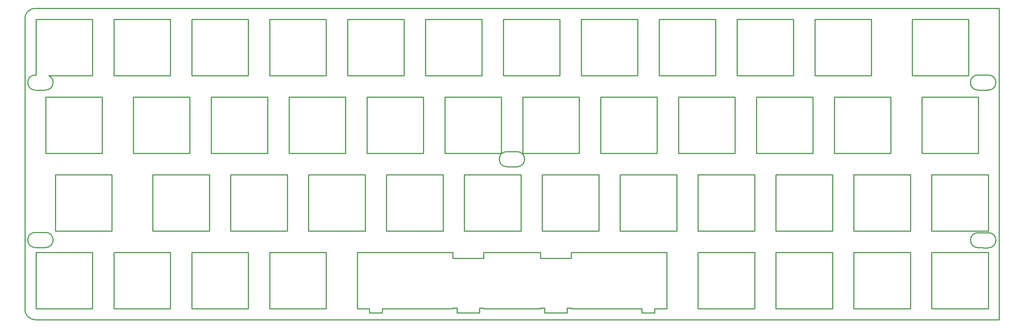
<source format=gbr>
%TF.GenerationSoftware,KiCad,Pcbnew,(5.99.0-11526-gd613292b67)*%
%TF.CreationDate,2021-11-14T15:05:05-05:00*%
%TF.ProjectId,Platefile,506c6174-6566-4696-9c65-2e6b69636164,rev?*%
%TF.SameCoordinates,Original*%
%TF.FileFunction,Profile,NP*%
%FSLAX46Y46*%
G04 Gerber Fmt 4.6, Leading zero omitted, Abs format (unit mm)*
G04 Created by KiCad (PCBNEW (5.99.0-11526-gd613292b67)) date 2021-11-14 15:05:05*
%MOMM*%
%LPD*%
G01*
G04 APERTURE LIST*
%TA.AperFunction,Profile*%
%ADD10C,0.250000*%
%TD*%
G04 APERTURE END LIST*
D10*
X46900000Y-71949000D02*
X46900000Y-58100000D01*
X46900000Y-58100000D02*
X33050660Y-58100000D01*
X33050660Y-58100000D02*
X33050660Y-71765300D01*
X33050660Y-71765300D02*
X32915884Y-71765300D01*
X32915884Y-75464660D02*
G75*
G02*
X32915884Y-71765300I0J1849680D01*
G01*
X32915884Y-75464660D02*
X35417784Y-75464660D01*
X36221417Y-71949000D02*
G75*
G02*
X35417784Y-75464660I-803633J-1665980D01*
G01*
X36221418Y-71949000D02*
X46900000Y-71949000D01*
X71150800Y-71949000D02*
X84999800Y-71949000D01*
X84999800Y-71949000D02*
X84999800Y-58100000D01*
X84999800Y-58100000D02*
X71150800Y-58100000D01*
X71150800Y-58100000D02*
X71150800Y-71949000D01*
X109250800Y-71949000D02*
X123099800Y-71949000D01*
X123099800Y-71949000D02*
X123099800Y-58100000D01*
X123099800Y-58100000D02*
X109250800Y-58100000D01*
X109250800Y-58100000D02*
X109250800Y-71949000D01*
X147350800Y-71949000D02*
X161199800Y-71949000D01*
X161199800Y-71949000D02*
X161199800Y-58100000D01*
X161199800Y-58100000D02*
X147350800Y-58100000D01*
X147350800Y-58100000D02*
X147350800Y-71949000D01*
X185450800Y-71949000D02*
X199299800Y-71949000D01*
X199299800Y-71949000D02*
X199299800Y-58100000D01*
X199299800Y-58100000D02*
X185450800Y-58100000D01*
X185450800Y-58100000D02*
X185450800Y-71949000D01*
X223550800Y-71949000D02*
X237399800Y-71949000D01*
X237399800Y-71949000D02*
X237399800Y-58100000D01*
X237399800Y-58100000D02*
X223550800Y-58100000D01*
X223550800Y-58100000D02*
X223550800Y-71949000D01*
X35431920Y-90999000D02*
X49281200Y-90999000D01*
X49281200Y-90999000D02*
X49281200Y-77150000D01*
X49281200Y-77150000D02*
X35431920Y-77150000D01*
X35431920Y-77150000D02*
X35431920Y-90999000D01*
X75911900Y-90999000D02*
X89762300Y-90999000D01*
X89762300Y-90999000D02*
X89762300Y-77150000D01*
X89762300Y-77150000D02*
X75911900Y-77150000D01*
X75911900Y-77150000D02*
X75911900Y-90999000D01*
X114011900Y-90999000D02*
X127862300Y-90999000D01*
X127862300Y-90999000D02*
X127862300Y-77150000D01*
X127862300Y-77150000D02*
X114011900Y-77150000D01*
X114011900Y-77150000D02*
X114011900Y-90999000D01*
X152111800Y-90999000D02*
X165962800Y-90999000D01*
X165962800Y-90999000D02*
X165962800Y-77150000D01*
X165962800Y-77150000D02*
X152111800Y-77150000D01*
X152111800Y-77150000D02*
X152111800Y-90999000D01*
X190211800Y-90999000D02*
X204062800Y-90999000D01*
X204062800Y-90999000D02*
X204062800Y-77150000D01*
X204062800Y-77150000D02*
X190211800Y-77150000D01*
X190211800Y-77150000D02*
X190211800Y-90999000D01*
X228311800Y-90999000D02*
X242162800Y-90999000D01*
X242162800Y-90999000D02*
X242162800Y-77150000D01*
X242162800Y-77150000D02*
X228311800Y-77150000D01*
X228311800Y-77150000D02*
X228311800Y-90999000D01*
X37811790Y-110049200D02*
X51662500Y-110049200D01*
X51662500Y-110049200D02*
X51662500Y-96200000D01*
X51662500Y-96200000D02*
X37811790Y-96200000D01*
X37811790Y-96200000D02*
X37811790Y-110049200D01*
X80675800Y-110049200D02*
X94524800Y-110049200D01*
X94524800Y-110049200D02*
X94524800Y-96200000D01*
X94524800Y-96200000D02*
X80675800Y-96200000D01*
X80675800Y-96200000D02*
X80675800Y-110049200D01*
X118774400Y-110049200D02*
X132624800Y-110049200D01*
X132624800Y-110049200D02*
X132624800Y-96200000D01*
X132624800Y-96200000D02*
X118774400Y-96200000D01*
X118774400Y-96200000D02*
X118774400Y-110049200D01*
X156874800Y-110049200D02*
X170724800Y-110049200D01*
X170724800Y-110049200D02*
X170724800Y-96200000D01*
X170724800Y-96200000D02*
X156874800Y-96200000D01*
X156874800Y-96200000D02*
X156874800Y-110049200D01*
X194975800Y-110049200D02*
X208824800Y-110049200D01*
X208824800Y-110049200D02*
X208824800Y-96200000D01*
X208824800Y-96200000D02*
X194975800Y-96200000D01*
X194975800Y-96200000D02*
X194975800Y-110049200D01*
X233075800Y-110049200D02*
X246924800Y-110049200D01*
X246924800Y-110049200D02*
X246924800Y-96200000D01*
X246924800Y-96200000D02*
X233075800Y-96200000D01*
X233075800Y-96200000D02*
X233075800Y-110049200D01*
X33050660Y-129099160D02*
X46900000Y-129099160D01*
X46900000Y-129099160D02*
X46900000Y-115249900D01*
X46900000Y-115249900D02*
X33050660Y-115249900D01*
X33050660Y-115249900D02*
X33050660Y-129099160D01*
X71150800Y-129099160D02*
X84999800Y-129099160D01*
X84999800Y-129099160D02*
X84999800Y-115249900D01*
X84999800Y-115249900D02*
X71150800Y-115249900D01*
X71150800Y-115249900D02*
X71150800Y-129099160D01*
X194975800Y-129099160D02*
X208824800Y-129099160D01*
X208824800Y-129099160D02*
X208824800Y-115249900D01*
X208824800Y-115249900D02*
X194975800Y-115249900D01*
X194975800Y-115249900D02*
X194975800Y-129099160D01*
X233075800Y-129099160D02*
X246924800Y-129099160D01*
X246924800Y-129099160D02*
X246924800Y-115249900D01*
X246924800Y-115249900D02*
X233075800Y-115249900D01*
X233075800Y-115249900D02*
X233075800Y-129099160D01*
X111632100Y-115249900D02*
X111632100Y-129099160D01*
X111632100Y-129099160D02*
X114605600Y-129099160D01*
X114605600Y-129099160D02*
X114605600Y-130069300D01*
X114605600Y-130069300D02*
X117755900Y-130069300D01*
X117755900Y-130069300D02*
X117755900Y-129099160D01*
X117755900Y-129099160D02*
X135005800Y-129099160D01*
X135005800Y-129099160D02*
X135005800Y-128869030D01*
X135005800Y-128869030D02*
X136036800Y-128869030D01*
X136036800Y-128869030D02*
X136036800Y-130069300D01*
X136036800Y-130069300D02*
X141555800Y-130069300D01*
X141555800Y-130069300D02*
X141555800Y-128869030D01*
X141555800Y-128869030D02*
X142586800Y-128869030D01*
X142586800Y-128869030D02*
X142586800Y-129099160D01*
X142586800Y-129099160D02*
X156437800Y-129099160D01*
X156437800Y-129099160D02*
X156437800Y-128869030D01*
X156437800Y-128869030D02*
X157467800Y-128869030D01*
X157467800Y-128869030D02*
X157467800Y-130069300D01*
X157467800Y-130069300D02*
X162987800Y-130069300D01*
X162987800Y-130069300D02*
X162987800Y-128869030D01*
X162987800Y-128869030D02*
X164017800Y-128869030D01*
X164017800Y-128869030D02*
X164017800Y-129099160D01*
X164017800Y-129099160D02*
X181267800Y-129099160D01*
X181267800Y-129099160D02*
X181267800Y-130069300D01*
X181267800Y-130069300D02*
X184418800Y-130069300D01*
X184418800Y-130069300D02*
X184418800Y-129099160D01*
X184418800Y-129099160D02*
X187393800Y-129099160D01*
X187393800Y-129099160D02*
X187393800Y-115249900D01*
X187393800Y-115249900D02*
X164017800Y-115249900D01*
X164017800Y-115249900D02*
X164017800Y-116718900D01*
X164017800Y-116718900D02*
X156437800Y-116718900D01*
X156437800Y-116718900D02*
X156437800Y-115249900D01*
X156437800Y-115249900D02*
X142586800Y-115249900D01*
X142586800Y-115249900D02*
X142586800Y-116718900D01*
X142586800Y-116718900D02*
X135005800Y-116718900D01*
X135005800Y-116718900D02*
X135005800Y-115249900D01*
X135005800Y-115249900D02*
X111632100Y-115249900D01*
X30375884Y-57925300D02*
G75*
G02*
X32875884Y-55425300I2500000J0D01*
G01*
X268650800Y-55425300D02*
X32875884Y-55425300D01*
X268650800Y-131775313D02*
X268650800Y-55425300D01*
X32875884Y-131775313D02*
X268650800Y-131775313D01*
X32875884Y-131775313D02*
G75*
G02*
X30375884Y-129275313I0J2500000D01*
G01*
X30375884Y-57925300D02*
X30375884Y-129275313D01*
X252125800Y-129099160D02*
X265974800Y-129099160D01*
X265974800Y-129099160D02*
X265974800Y-115249900D01*
X265974800Y-115249900D02*
X252125800Y-115249900D01*
X252125800Y-115249900D02*
X252125800Y-129099160D01*
X214025800Y-129099160D02*
X227874800Y-129099160D01*
X227874800Y-129099160D02*
X227874800Y-115249900D01*
X227874800Y-115249900D02*
X214025800Y-115249900D01*
X214025800Y-115249900D02*
X214025800Y-129099160D01*
X90200800Y-129099160D02*
X104049800Y-129099160D01*
X104049800Y-129099160D02*
X104049800Y-115249900D01*
X104049800Y-115249900D02*
X90200800Y-115249900D01*
X90200800Y-115249900D02*
X90200800Y-129099160D01*
X52100700Y-129099160D02*
X65949800Y-129099160D01*
X65949800Y-129099160D02*
X65949800Y-115249900D01*
X65949800Y-115249900D02*
X52100700Y-115249900D01*
X52100700Y-115249900D02*
X52100700Y-129099160D01*
X252125800Y-110049200D02*
X265974800Y-110049200D01*
X265974800Y-110049200D02*
X265974800Y-96200000D01*
X265974800Y-96200000D02*
X252125800Y-96200000D01*
X252125800Y-96200000D02*
X252125800Y-110049200D01*
X214025800Y-110049200D02*
X227874800Y-110049200D01*
X227874800Y-110049200D02*
X227874800Y-96200000D01*
X227874800Y-96200000D02*
X214025800Y-96200000D01*
X214025800Y-96200000D02*
X214025800Y-110049200D01*
X175924800Y-110049200D02*
X189774800Y-110049200D01*
X189774800Y-110049200D02*
X189774800Y-96200000D01*
X189774800Y-96200000D02*
X175924800Y-96200000D01*
X175924800Y-96200000D02*
X175924800Y-110049200D01*
X137824800Y-110049200D02*
X151674800Y-110049200D01*
X151674800Y-110049200D02*
X151674800Y-96200000D01*
X151674800Y-96200000D02*
X137824800Y-96200000D01*
X137824800Y-96200000D02*
X137824800Y-110049200D01*
X99725800Y-110049200D02*
X113574800Y-110049200D01*
X113574800Y-110049200D02*
X113574800Y-96200000D01*
X113574800Y-96200000D02*
X99725800Y-96200000D01*
X99725800Y-96200000D02*
X99725800Y-110049200D01*
X61625700Y-110049200D02*
X75474800Y-110049200D01*
X75474800Y-110049200D02*
X75474800Y-96200000D01*
X75474800Y-96200000D02*
X61625700Y-96200000D01*
X61625700Y-96200000D02*
X61625700Y-110049200D01*
X249742800Y-90999000D02*
X263593800Y-90999000D01*
X263593800Y-90999000D02*
X263593800Y-77150000D01*
X263593800Y-77150000D02*
X249742800Y-77150000D01*
X249742800Y-77150000D02*
X249742800Y-90999000D01*
X209261800Y-90999000D02*
X223112800Y-90999000D01*
X223112800Y-90999000D02*
X223112800Y-77150000D01*
X223112800Y-77150000D02*
X209261800Y-77150000D01*
X209261800Y-77150000D02*
X209261800Y-90999000D01*
X171161800Y-90999000D02*
X185012800Y-90999000D01*
X185012800Y-90999000D02*
X185012800Y-77150000D01*
X185012800Y-77150000D02*
X171161800Y-77150000D01*
X171161800Y-77150000D02*
X171161800Y-90999000D01*
X133061800Y-90999000D02*
X146912800Y-90999000D01*
X146912800Y-90999000D02*
X146912800Y-77150000D01*
X146912800Y-77150000D02*
X133061800Y-77150000D01*
X133061800Y-77150000D02*
X133061800Y-90999000D01*
X94961900Y-90999000D02*
X108812300Y-90999000D01*
X108812300Y-90999000D02*
X108812300Y-77150000D01*
X108812300Y-77150000D02*
X94961900Y-77150000D01*
X94961900Y-77150000D02*
X94961900Y-90999000D01*
X56861800Y-90999000D02*
X70712300Y-90999000D01*
X70712300Y-90999000D02*
X70712300Y-77150000D01*
X70712300Y-77150000D02*
X56861800Y-77150000D01*
X56861800Y-77150000D02*
X56861800Y-90999000D01*
X247361800Y-71949000D02*
X261212800Y-71949000D01*
X261212800Y-71949000D02*
X261212800Y-58100000D01*
X261212800Y-58100000D02*
X247361800Y-58100000D01*
X247361800Y-58100000D02*
X247361800Y-71949000D01*
X204500800Y-71949000D02*
X218349800Y-71949000D01*
X218349800Y-71949000D02*
X218349800Y-58100000D01*
X218349800Y-58100000D02*
X204500800Y-58100000D01*
X204500800Y-58100000D02*
X204500800Y-71949000D01*
X166400800Y-71949000D02*
X180249800Y-71949000D01*
X180249800Y-71949000D02*
X180249800Y-58100000D01*
X180249800Y-58100000D02*
X166400800Y-58100000D01*
X166400800Y-58100000D02*
X166400800Y-71949000D01*
X128300800Y-71949000D02*
X142149800Y-71949000D01*
X142149800Y-71949000D02*
X142149800Y-58100000D01*
X142149800Y-58100000D02*
X128300800Y-58100000D01*
X128300800Y-58100000D02*
X128300800Y-71949000D01*
X90200800Y-71949000D02*
X104049800Y-71949000D01*
X104049800Y-71949000D02*
X104049800Y-58100000D01*
X104049800Y-58100000D02*
X90200800Y-58100000D01*
X90200800Y-58100000D02*
X90200800Y-71949000D01*
X52100700Y-71949000D02*
X65949800Y-71949000D01*
X65949800Y-71949000D02*
X65949800Y-58100000D01*
X65949800Y-58100000D02*
X52100700Y-58100000D01*
X52100700Y-58100000D02*
X52100700Y-71949000D01*
X35417784Y-110375953D02*
G75*
G02*
X35417784Y-114075313I0J-1849680D01*
G01*
X35417784Y-110375953D02*
X32915884Y-110375953D01*
X32915884Y-114075312D02*
G75*
G02*
X32915884Y-110375954I0J1849679D01*
G01*
X32915884Y-114075313D02*
X35417784Y-114075313D01*
X148238900Y-94264660D02*
G75*
G02*
X148238900Y-90565300I0J1849680D01*
G01*
X148238900Y-94264660D02*
X150740800Y-94264660D01*
X150740800Y-90565300D02*
G75*
G02*
X150740800Y-94264660I0J-1849680D01*
G01*
X150740800Y-90565300D02*
X148238900Y-90565300D01*
X263488900Y-75464660D02*
G75*
G02*
X263488900Y-71765300I0J1849680D01*
G01*
X263488900Y-75464660D02*
X265990800Y-75464660D01*
X265990800Y-71765299D02*
G75*
G02*
X265990800Y-75464661I0J-1849681D01*
G01*
X265990800Y-71765300D02*
X263488900Y-71765300D01*
X263507520Y-114117909D02*
G75*
G02*
X263508476Y-110418465I478J1849722D01*
G01*
X263507520Y-114117910D02*
X265986591Y-114135299D01*
X266012539Y-110436029D02*
G75*
G02*
X265986591Y-114135299I-12974J-1849635D01*
G01*
X266012539Y-110436030D02*
X263508476Y-110418465D01*
M02*

</source>
